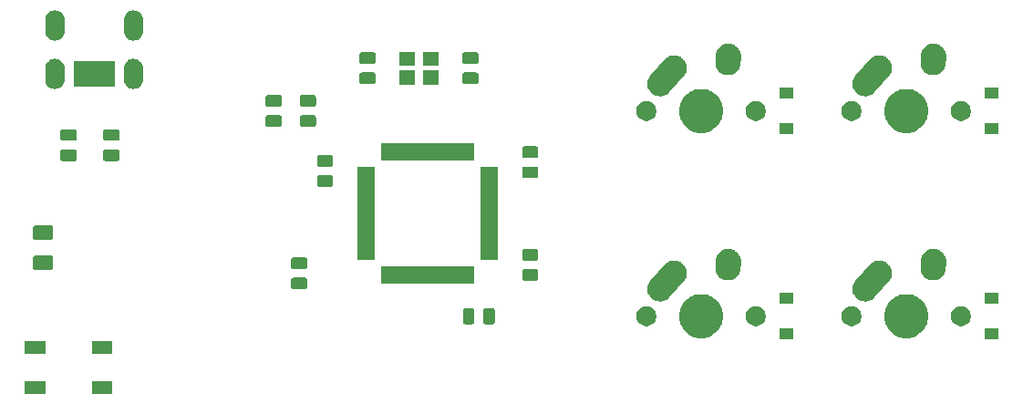
<source format=gbr>
G04 #@! TF.GenerationSoftware,KiCad,Pcbnew,(5.1.4-0-10_14)*
G04 #@! TF.CreationDate,2020-08-22T16:13:25+02:00*
G04 #@! TF.ProjectId,keyboard-pcb-tutorial,6b657962-6f61-4726-942d-7063622d7475,rev?*
G04 #@! TF.SameCoordinates,Original*
G04 #@! TF.FileFunction,Soldermask,Bot*
G04 #@! TF.FilePolarity,Negative*
%FSLAX46Y46*%
G04 Gerber Fmt 4.6, Leading zero omitted, Abs format (unit mm)*
G04 Created by KiCad (PCBNEW (5.1.4-0-10_14)) date 2020-08-22 16:13:25*
%MOMM*%
%LPD*%
G04 APERTURE LIST*
%ADD10C,0.100000*%
G04 APERTURE END LIST*
D10*
G36*
X145338500Y-162788500D02*
G01*
X143436500Y-162788500D01*
X143436500Y-161586500D01*
X145338500Y-161586500D01*
X145338500Y-162788500D01*
X145338500Y-162788500D01*
G37*
G36*
X139138500Y-162788500D02*
G01*
X137236500Y-162788500D01*
X137236500Y-161586500D01*
X139138500Y-161586500D01*
X139138500Y-162788500D01*
X139138500Y-162788500D01*
G37*
G36*
X145338500Y-159088500D02*
G01*
X143436500Y-159088500D01*
X143436500Y-157886500D01*
X145338500Y-157886500D01*
X145338500Y-159088500D01*
X145338500Y-159088500D01*
G37*
G36*
X139138500Y-159088500D02*
G01*
X137236500Y-159088500D01*
X137236500Y-157886500D01*
X139138500Y-157886500D01*
X139138500Y-159088500D01*
X139138500Y-159088500D01*
G37*
G36*
X227663500Y-157726000D02*
G01*
X226361500Y-157726000D01*
X226361500Y-156724000D01*
X227663500Y-156724000D01*
X227663500Y-157726000D01*
X227663500Y-157726000D01*
G37*
G36*
X208613500Y-157726000D02*
G01*
X207311500Y-157726000D01*
X207311500Y-156724000D01*
X208613500Y-156724000D01*
X208613500Y-157726000D01*
X208613500Y-157726000D01*
G37*
G36*
X219671474Y-153608684D02*
G01*
X219889474Y-153698983D01*
X220043623Y-153762833D01*
X220378548Y-153986623D01*
X220663377Y-154271452D01*
X220887167Y-154606377D01*
X220919562Y-154684586D01*
X221041316Y-154978526D01*
X221119900Y-155373594D01*
X221119900Y-155776406D01*
X221041316Y-156171474D01*
X220990451Y-156294272D01*
X220887167Y-156543623D01*
X220663377Y-156878548D01*
X220378548Y-157163377D01*
X220043623Y-157387167D01*
X219889474Y-157451017D01*
X219671474Y-157541316D01*
X219276406Y-157619900D01*
X218873594Y-157619900D01*
X218478526Y-157541316D01*
X218260526Y-157451017D01*
X218106377Y-157387167D01*
X217771452Y-157163377D01*
X217486623Y-156878548D01*
X217262833Y-156543623D01*
X217159549Y-156294272D01*
X217108684Y-156171474D01*
X217030100Y-155776406D01*
X217030100Y-155373594D01*
X217108684Y-154978526D01*
X217230438Y-154684586D01*
X217262833Y-154606377D01*
X217486623Y-154271452D01*
X217771452Y-153986623D01*
X218106377Y-153762833D01*
X218260526Y-153698983D01*
X218478526Y-153608684D01*
X218873594Y-153530100D01*
X219276406Y-153530100D01*
X219671474Y-153608684D01*
X219671474Y-153608684D01*
G37*
G36*
X200621474Y-153608684D02*
G01*
X200839474Y-153698983D01*
X200993623Y-153762833D01*
X201328548Y-153986623D01*
X201613377Y-154271452D01*
X201837167Y-154606377D01*
X201869562Y-154684586D01*
X201991316Y-154978526D01*
X202069900Y-155373594D01*
X202069900Y-155776406D01*
X201991316Y-156171474D01*
X201940451Y-156294272D01*
X201837167Y-156543623D01*
X201613377Y-156878548D01*
X201328548Y-157163377D01*
X200993623Y-157387167D01*
X200839474Y-157451017D01*
X200621474Y-157541316D01*
X200226406Y-157619900D01*
X199823594Y-157619900D01*
X199428526Y-157541316D01*
X199210526Y-157451017D01*
X199056377Y-157387167D01*
X198721452Y-157163377D01*
X198436623Y-156878548D01*
X198212833Y-156543623D01*
X198109549Y-156294272D01*
X198058684Y-156171474D01*
X197980100Y-155776406D01*
X197980100Y-155373594D01*
X198058684Y-154978526D01*
X198180438Y-154684586D01*
X198212833Y-154606377D01*
X198436623Y-154271452D01*
X198721452Y-153986623D01*
X199056377Y-153762833D01*
X199210526Y-153698983D01*
X199428526Y-153608684D01*
X199823594Y-153530100D01*
X200226406Y-153530100D01*
X200621474Y-153608684D01*
X200621474Y-153608684D01*
G37*
G36*
X214265104Y-154684585D02*
G01*
X214433626Y-154754389D01*
X214585291Y-154855728D01*
X214714272Y-154984709D01*
X214815611Y-155136374D01*
X214885415Y-155304896D01*
X214921000Y-155483797D01*
X214921000Y-155666203D01*
X214885415Y-155845104D01*
X214815611Y-156013626D01*
X214714272Y-156165291D01*
X214585291Y-156294272D01*
X214433626Y-156395611D01*
X214265104Y-156465415D01*
X214086203Y-156501000D01*
X213903797Y-156501000D01*
X213724896Y-156465415D01*
X213556374Y-156395611D01*
X213404709Y-156294272D01*
X213275728Y-156165291D01*
X213174389Y-156013626D01*
X213104585Y-155845104D01*
X213069000Y-155666203D01*
X213069000Y-155483797D01*
X213104585Y-155304896D01*
X213174389Y-155136374D01*
X213275728Y-154984709D01*
X213404709Y-154855728D01*
X213556374Y-154754389D01*
X213724896Y-154684585D01*
X213903797Y-154649000D01*
X214086203Y-154649000D01*
X214265104Y-154684585D01*
X214265104Y-154684585D01*
G37*
G36*
X224425104Y-154684585D02*
G01*
X224593626Y-154754389D01*
X224745291Y-154855728D01*
X224874272Y-154984709D01*
X224975611Y-155136374D01*
X225045415Y-155304896D01*
X225081000Y-155483797D01*
X225081000Y-155666203D01*
X225045415Y-155845104D01*
X224975611Y-156013626D01*
X224874272Y-156165291D01*
X224745291Y-156294272D01*
X224593626Y-156395611D01*
X224425104Y-156465415D01*
X224246203Y-156501000D01*
X224063797Y-156501000D01*
X223884896Y-156465415D01*
X223716374Y-156395611D01*
X223564709Y-156294272D01*
X223435728Y-156165291D01*
X223334389Y-156013626D01*
X223264585Y-155845104D01*
X223229000Y-155666203D01*
X223229000Y-155483797D01*
X223264585Y-155304896D01*
X223334389Y-155136374D01*
X223435728Y-154984709D01*
X223564709Y-154855728D01*
X223716374Y-154754389D01*
X223884896Y-154684585D01*
X224063797Y-154649000D01*
X224246203Y-154649000D01*
X224425104Y-154684585D01*
X224425104Y-154684585D01*
G37*
G36*
X205375104Y-154684585D02*
G01*
X205543626Y-154754389D01*
X205695291Y-154855728D01*
X205824272Y-154984709D01*
X205925611Y-155136374D01*
X205995415Y-155304896D01*
X206031000Y-155483797D01*
X206031000Y-155666203D01*
X205995415Y-155845104D01*
X205925611Y-156013626D01*
X205824272Y-156165291D01*
X205695291Y-156294272D01*
X205543626Y-156395611D01*
X205375104Y-156465415D01*
X205196203Y-156501000D01*
X205013797Y-156501000D01*
X204834896Y-156465415D01*
X204666374Y-156395611D01*
X204514709Y-156294272D01*
X204385728Y-156165291D01*
X204284389Y-156013626D01*
X204214585Y-155845104D01*
X204179000Y-155666203D01*
X204179000Y-155483797D01*
X204214585Y-155304896D01*
X204284389Y-155136374D01*
X204385728Y-154984709D01*
X204514709Y-154855728D01*
X204666374Y-154754389D01*
X204834896Y-154684585D01*
X205013797Y-154649000D01*
X205196203Y-154649000D01*
X205375104Y-154684585D01*
X205375104Y-154684585D01*
G37*
G36*
X195215104Y-154684585D02*
G01*
X195383626Y-154754389D01*
X195535291Y-154855728D01*
X195664272Y-154984709D01*
X195765611Y-155136374D01*
X195835415Y-155304896D01*
X195871000Y-155483797D01*
X195871000Y-155666203D01*
X195835415Y-155845104D01*
X195765611Y-156013626D01*
X195664272Y-156165291D01*
X195535291Y-156294272D01*
X195383626Y-156395611D01*
X195215104Y-156465415D01*
X195036203Y-156501000D01*
X194853797Y-156501000D01*
X194674896Y-156465415D01*
X194506374Y-156395611D01*
X194354709Y-156294272D01*
X194225728Y-156165291D01*
X194124389Y-156013626D01*
X194054585Y-155845104D01*
X194019000Y-155666203D01*
X194019000Y-155483797D01*
X194054585Y-155304896D01*
X194124389Y-155136374D01*
X194225728Y-154984709D01*
X194354709Y-154855728D01*
X194506374Y-154754389D01*
X194674896Y-154684585D01*
X194853797Y-154649000D01*
X195036203Y-154649000D01*
X195215104Y-154684585D01*
X195215104Y-154684585D01*
G37*
G36*
X178821968Y-154828565D02*
G01*
X178860638Y-154840296D01*
X178896277Y-154859346D01*
X178927517Y-154884983D01*
X178953154Y-154916223D01*
X178972204Y-154951862D01*
X178983935Y-154990532D01*
X178988500Y-155036888D01*
X178988500Y-156113112D01*
X178983935Y-156159468D01*
X178972204Y-156198138D01*
X178953154Y-156233777D01*
X178927517Y-156265017D01*
X178896277Y-156290654D01*
X178860638Y-156309704D01*
X178821968Y-156321435D01*
X178775612Y-156326000D01*
X178124388Y-156326000D01*
X178078032Y-156321435D01*
X178039362Y-156309704D01*
X178003723Y-156290654D01*
X177972483Y-156265017D01*
X177946846Y-156233777D01*
X177927796Y-156198138D01*
X177916065Y-156159468D01*
X177911500Y-156113112D01*
X177911500Y-155036888D01*
X177916065Y-154990532D01*
X177927796Y-154951862D01*
X177946846Y-154916223D01*
X177972483Y-154884983D01*
X178003723Y-154859346D01*
X178039362Y-154840296D01*
X178078032Y-154828565D01*
X178124388Y-154824000D01*
X178775612Y-154824000D01*
X178821968Y-154828565D01*
X178821968Y-154828565D01*
G37*
G36*
X180696968Y-154828565D02*
G01*
X180735638Y-154840296D01*
X180771277Y-154859346D01*
X180802517Y-154884983D01*
X180828154Y-154916223D01*
X180847204Y-154951862D01*
X180858935Y-154990532D01*
X180863500Y-155036888D01*
X180863500Y-156113112D01*
X180858935Y-156159468D01*
X180847204Y-156198138D01*
X180828154Y-156233777D01*
X180802517Y-156265017D01*
X180771277Y-156290654D01*
X180735638Y-156309704D01*
X180696968Y-156321435D01*
X180650612Y-156326000D01*
X179999388Y-156326000D01*
X179953032Y-156321435D01*
X179914362Y-156309704D01*
X179878723Y-156290654D01*
X179847483Y-156265017D01*
X179821846Y-156233777D01*
X179802796Y-156198138D01*
X179791065Y-156159468D01*
X179786500Y-156113112D01*
X179786500Y-155036888D01*
X179791065Y-154990532D01*
X179802796Y-154951862D01*
X179821846Y-154916223D01*
X179847483Y-154884983D01*
X179878723Y-154859346D01*
X179914362Y-154840296D01*
X179953032Y-154828565D01*
X179999388Y-154824000D01*
X180650612Y-154824000D01*
X180696968Y-154828565D01*
X180696968Y-154828565D01*
G37*
G36*
X227663500Y-154426000D02*
G01*
X226361500Y-154426000D01*
X226361500Y-153424000D01*
X227663500Y-153424000D01*
X227663500Y-154426000D01*
X227663500Y-154426000D01*
G37*
G36*
X208613500Y-154426000D02*
G01*
X207311500Y-154426000D01*
X207311500Y-153424000D01*
X208613500Y-153424000D01*
X208613500Y-154426000D01*
X208613500Y-154426000D01*
G37*
G36*
X216598205Y-150398881D02*
G01*
X216603645Y-150399000D01*
X216690828Y-150399000D01*
X216707097Y-150402236D01*
X216725956Y-150404515D01*
X216742532Y-150405246D01*
X216827223Y-150426010D01*
X216832518Y-150427184D01*
X216918027Y-150444193D01*
X216933362Y-150450545D01*
X216951401Y-150456455D01*
X216967521Y-150460407D01*
X217046504Y-150497280D01*
X217051494Y-150499477D01*
X217132045Y-150532842D01*
X217145841Y-150542060D01*
X217162393Y-150551382D01*
X217177426Y-150558400D01*
X217247694Y-150609971D01*
X217252192Y-150613122D01*
X217324656Y-150661541D01*
X217336383Y-150673268D01*
X217350809Y-150685648D01*
X217364179Y-150695461D01*
X217364180Y-150695462D01*
X217423021Y-150759733D01*
X217426829Y-150763714D01*
X217488459Y-150825344D01*
X217497674Y-150839135D01*
X217509396Y-150854078D01*
X217520605Y-150866321D01*
X217565799Y-150940874D01*
X217568746Y-150945501D01*
X217617158Y-151017955D01*
X217623505Y-151033277D01*
X217632092Y-151050231D01*
X217640691Y-151064417D01*
X217670478Y-151146368D01*
X217672452Y-151151448D01*
X217705807Y-151231973D01*
X217705807Y-151231974D01*
X217709041Y-151248233D01*
X217714158Y-151266542D01*
X217719825Y-151282134D01*
X217733055Y-151368345D01*
X217734001Y-151373713D01*
X217751000Y-151459173D01*
X217751000Y-151475752D01*
X217752444Y-151494692D01*
X217754963Y-151511104D01*
X217751120Y-151598249D01*
X217751000Y-151603689D01*
X217751000Y-151690825D01*
X217747766Y-151707083D01*
X217745488Y-151725941D01*
X217744756Y-151742531D01*
X217723988Y-151827237D01*
X217722812Y-151832537D01*
X217705807Y-151918027D01*
X217699457Y-151933357D01*
X217693549Y-151951393D01*
X217689595Y-151967520D01*
X217652711Y-152046526D01*
X217650511Y-152051523D01*
X217617158Y-152132045D01*
X217607944Y-152145835D01*
X217598622Y-152162387D01*
X217591602Y-152177424D01*
X217540011Y-152247720D01*
X217536866Y-152252210D01*
X217488461Y-152324654D01*
X217431460Y-152381655D01*
X217426811Y-152386563D01*
X216857315Y-153021267D01*
X216101723Y-153863376D01*
X215973679Y-153980602D01*
X215874630Y-154040646D01*
X215775583Y-154100689D01*
X215557866Y-154179823D01*
X215328895Y-154214961D01*
X215097470Y-154204754D01*
X214872481Y-154149593D01*
X214767727Y-154100689D01*
X214662579Y-154051602D01*
X214565838Y-153980602D01*
X214475823Y-153914539D01*
X214401394Y-153833241D01*
X214319398Y-153743679D01*
X214237564Y-153608685D01*
X214199311Y-153545583D01*
X214120177Y-153327866D01*
X214085039Y-153098895D01*
X214095246Y-152867470D01*
X214150407Y-152642481D01*
X214201972Y-152532028D01*
X214248398Y-152432580D01*
X214248400Y-152432577D01*
X214351114Y-152292622D01*
X215130147Y-151424388D01*
X215637787Y-150858621D01*
X215648681Y-150844589D01*
X215661539Y-150825346D01*
X215718573Y-150768312D01*
X215723223Y-150763403D01*
X215738278Y-150746624D01*
X215759701Y-150727011D01*
X215763682Y-150723203D01*
X215825346Y-150661539D01*
X215839143Y-150652320D01*
X215854102Y-150640585D01*
X215866321Y-150629398D01*
X215898385Y-150609961D01*
X215940830Y-150584231D01*
X215945421Y-150581308D01*
X216017955Y-150532842D01*
X216033300Y-150526486D01*
X216050248Y-150517901D01*
X216064416Y-150509312D01*
X216064417Y-150509312D01*
X216064418Y-150509311D01*
X216146312Y-150479545D01*
X216151410Y-150477563D01*
X216231973Y-150444193D01*
X216248252Y-150440955D01*
X216266542Y-150435844D01*
X216282135Y-150430177D01*
X216368300Y-150416954D01*
X216373663Y-150416009D01*
X216459173Y-150399000D01*
X216475766Y-150399000D01*
X216494709Y-150397555D01*
X216511106Y-150395039D01*
X216598205Y-150398881D01*
X216598205Y-150398881D01*
G37*
G36*
X197548205Y-150398881D02*
G01*
X197553645Y-150399000D01*
X197640828Y-150399000D01*
X197657097Y-150402236D01*
X197675956Y-150404515D01*
X197692532Y-150405246D01*
X197777223Y-150426010D01*
X197782518Y-150427184D01*
X197868027Y-150444193D01*
X197883362Y-150450545D01*
X197901401Y-150456455D01*
X197917521Y-150460407D01*
X197996504Y-150497280D01*
X198001494Y-150499477D01*
X198082045Y-150532842D01*
X198095841Y-150542060D01*
X198112393Y-150551382D01*
X198127426Y-150558400D01*
X198197694Y-150609971D01*
X198202192Y-150613122D01*
X198274656Y-150661541D01*
X198286383Y-150673268D01*
X198300809Y-150685648D01*
X198314179Y-150695461D01*
X198314180Y-150695462D01*
X198373021Y-150759733D01*
X198376829Y-150763714D01*
X198438459Y-150825344D01*
X198447674Y-150839135D01*
X198459396Y-150854078D01*
X198470605Y-150866321D01*
X198515799Y-150940874D01*
X198518746Y-150945501D01*
X198567158Y-151017955D01*
X198573505Y-151033277D01*
X198582092Y-151050231D01*
X198590691Y-151064417D01*
X198620478Y-151146368D01*
X198622452Y-151151448D01*
X198655807Y-151231973D01*
X198655807Y-151231974D01*
X198659041Y-151248233D01*
X198664158Y-151266542D01*
X198669825Y-151282134D01*
X198683055Y-151368345D01*
X198684001Y-151373713D01*
X198701000Y-151459173D01*
X198701000Y-151475752D01*
X198702444Y-151494692D01*
X198704963Y-151511104D01*
X198701120Y-151598249D01*
X198701000Y-151603689D01*
X198701000Y-151690825D01*
X198697766Y-151707083D01*
X198695488Y-151725941D01*
X198694756Y-151742531D01*
X198673988Y-151827237D01*
X198672812Y-151832537D01*
X198655807Y-151918027D01*
X198649457Y-151933357D01*
X198643549Y-151951393D01*
X198639595Y-151967520D01*
X198602711Y-152046526D01*
X198600511Y-152051523D01*
X198567158Y-152132045D01*
X198557944Y-152145835D01*
X198548622Y-152162387D01*
X198541602Y-152177424D01*
X198490011Y-152247720D01*
X198486866Y-152252210D01*
X198438461Y-152324654D01*
X198381460Y-152381655D01*
X198376811Y-152386563D01*
X197807315Y-153021267D01*
X197051723Y-153863376D01*
X196923679Y-153980602D01*
X196824630Y-154040646D01*
X196725583Y-154100689D01*
X196507866Y-154179823D01*
X196278895Y-154214961D01*
X196047470Y-154204754D01*
X195822481Y-154149593D01*
X195717727Y-154100689D01*
X195612579Y-154051602D01*
X195515838Y-153980602D01*
X195425823Y-153914539D01*
X195351394Y-153833241D01*
X195269398Y-153743679D01*
X195187564Y-153608685D01*
X195149311Y-153545583D01*
X195070177Y-153327866D01*
X195035039Y-153098895D01*
X195045246Y-152867470D01*
X195100407Y-152642481D01*
X195151972Y-152532028D01*
X195198398Y-152432580D01*
X195198400Y-152432577D01*
X195301114Y-152292622D01*
X196080147Y-151424388D01*
X196587787Y-150858621D01*
X196598681Y-150844589D01*
X196611539Y-150825346D01*
X196668573Y-150768312D01*
X196673223Y-150763403D01*
X196688278Y-150746624D01*
X196709701Y-150727011D01*
X196713682Y-150723203D01*
X196775346Y-150661539D01*
X196789143Y-150652320D01*
X196804102Y-150640585D01*
X196816321Y-150629398D01*
X196848385Y-150609961D01*
X196890830Y-150584231D01*
X196895421Y-150581308D01*
X196967955Y-150532842D01*
X196983300Y-150526486D01*
X197000248Y-150517901D01*
X197014416Y-150509312D01*
X197014417Y-150509312D01*
X197014418Y-150509311D01*
X197096312Y-150479545D01*
X197101410Y-150477563D01*
X197181973Y-150444193D01*
X197198252Y-150440955D01*
X197216542Y-150435844D01*
X197232135Y-150430177D01*
X197318300Y-150416954D01*
X197323663Y-150416009D01*
X197409173Y-150399000D01*
X197425766Y-150399000D01*
X197444709Y-150397555D01*
X197461106Y-150395039D01*
X197548205Y-150398881D01*
X197548205Y-150398881D01*
G37*
G36*
X163303218Y-152009815D02*
G01*
X163341888Y-152021546D01*
X163377527Y-152040596D01*
X163408767Y-152066233D01*
X163434404Y-152097473D01*
X163453454Y-152133112D01*
X163465185Y-152171782D01*
X163469750Y-152218138D01*
X163469750Y-152869362D01*
X163465185Y-152915718D01*
X163453454Y-152954388D01*
X163434404Y-152990027D01*
X163408767Y-153021267D01*
X163377527Y-153046904D01*
X163341888Y-153065954D01*
X163303218Y-153077685D01*
X163256862Y-153082250D01*
X162180638Y-153082250D01*
X162134282Y-153077685D01*
X162095612Y-153065954D01*
X162059973Y-153046904D01*
X162028733Y-153021267D01*
X162003096Y-152990027D01*
X161984046Y-152954388D01*
X161972315Y-152915718D01*
X161967750Y-152869362D01*
X161967750Y-152218138D01*
X161972315Y-152171782D01*
X161984046Y-152133112D01*
X162003096Y-152097473D01*
X162028733Y-152066233D01*
X162059973Y-152040596D01*
X162095612Y-152021546D01*
X162134282Y-152009815D01*
X162180638Y-152005250D01*
X163256862Y-152005250D01*
X163303218Y-152009815D01*
X163303218Y-152009815D01*
G37*
G36*
X178951000Y-152551000D02*
G01*
X170299000Y-152551000D01*
X170299000Y-150949000D01*
X178951000Y-150949000D01*
X178951000Y-152551000D01*
X178951000Y-152551000D01*
G37*
G36*
X184734468Y-151216065D02*
G01*
X184773138Y-151227796D01*
X184808777Y-151246846D01*
X184840017Y-151272483D01*
X184865654Y-151303723D01*
X184884704Y-151339362D01*
X184896435Y-151378032D01*
X184901000Y-151424388D01*
X184901000Y-152075612D01*
X184896435Y-152121968D01*
X184884704Y-152160638D01*
X184865654Y-152196277D01*
X184840017Y-152227517D01*
X184808777Y-152253154D01*
X184773138Y-152272204D01*
X184734468Y-152283935D01*
X184688112Y-152288500D01*
X183611888Y-152288500D01*
X183565532Y-152283935D01*
X183526862Y-152272204D01*
X183491223Y-152253154D01*
X183459983Y-152227517D01*
X183434346Y-152196277D01*
X183415296Y-152160638D01*
X183403565Y-152121968D01*
X183399000Y-152075612D01*
X183399000Y-151424388D01*
X183403565Y-151378032D01*
X183415296Y-151339362D01*
X183434346Y-151303723D01*
X183459983Y-151272483D01*
X183491223Y-151246846D01*
X183526862Y-151227796D01*
X183565532Y-151216065D01*
X183611888Y-151211500D01*
X184688112Y-151211500D01*
X184734468Y-151216065D01*
X184734468Y-151216065D01*
G37*
G36*
X202653127Y-149317261D02*
G01*
X202673900Y-149319000D01*
X202680827Y-149319000D01*
X202775754Y-149337882D01*
X202779348Y-149338542D01*
X202874730Y-149354624D01*
X202881203Y-149357085D01*
X202901228Y-149362841D01*
X202908027Y-149364193D01*
X202950720Y-149381877D01*
X202997443Y-149401230D01*
X203000844Y-149402581D01*
X203091255Y-149436961D01*
X203097127Y-149440640D01*
X203115636Y-149450187D01*
X203122045Y-149452842D01*
X203202563Y-149506642D01*
X203205554Y-149508578D01*
X203287557Y-149559959D01*
X203292584Y-149564700D01*
X203308896Y-149577691D01*
X203314652Y-149581537D01*
X203383110Y-149649995D01*
X203385689Y-149652499D01*
X203456090Y-149718889D01*
X203459726Y-149724000D01*
X203460095Y-149724519D01*
X203473559Y-149740444D01*
X203478459Y-149745344D01*
X203532244Y-149825839D01*
X203534291Y-149828807D01*
X203590380Y-149907645D01*
X203593214Y-149913958D01*
X203603308Y-149932193D01*
X203607158Y-149937955D01*
X203644220Y-150027430D01*
X203645624Y-150030685D01*
X203685265Y-150118973D01*
X203686815Y-150125725D01*
X203693152Y-150145562D01*
X203695807Y-150151973D01*
X203709830Y-150222473D01*
X203714692Y-150246917D01*
X203715438Y-150250401D01*
X203737098Y-150344751D01*
X203737098Y-150344754D01*
X203737300Y-150351654D01*
X203739647Y-150372370D01*
X203741000Y-150379174D01*
X203741000Y-150475986D01*
X203741053Y-150479584D01*
X203742188Y-150518277D01*
X203741295Y-150531225D01*
X203741000Y-150539797D01*
X203741000Y-150610826D01*
X203735081Y-150640585D01*
X203734604Y-150642979D01*
X203732500Y-150658750D01*
X203694238Y-151213545D01*
X203665376Y-151384730D01*
X203583038Y-151601255D01*
X203460041Y-151797557D01*
X203301111Y-151966090D01*
X203112355Y-152100380D01*
X202901027Y-152195265D01*
X202675249Y-152247098D01*
X202443698Y-152253889D01*
X202443697Y-152253889D01*
X202379843Y-152243123D01*
X202215270Y-152215376D01*
X201998745Y-152133038D01*
X201802443Y-152010041D01*
X201633910Y-151851111D01*
X201499620Y-151662355D01*
X201404735Y-151451027D01*
X201352902Y-151225249D01*
X201347812Y-151051723D01*
X201388704Y-150458794D01*
X201389000Y-150450196D01*
X201389000Y-150379175D01*
X201389203Y-150378154D01*
X201407888Y-150284219D01*
X201408544Y-150280645D01*
X201414231Y-150246917D01*
X201424624Y-150185270D01*
X201427085Y-150178799D01*
X201432842Y-150158767D01*
X201434193Y-150151974D01*
X201434702Y-150150745D01*
X201471264Y-150062476D01*
X201472553Y-150059230D01*
X201506962Y-149968745D01*
X201510636Y-149962881D01*
X201520187Y-149944365D01*
X201522842Y-149937955D01*
X201576657Y-149857415D01*
X201578577Y-149854449D01*
X201629959Y-149772443D01*
X201634711Y-149767404D01*
X201647689Y-149751107D01*
X201651537Y-149745348D01*
X201719993Y-149676892D01*
X201722546Y-149674262D01*
X201743023Y-149652548D01*
X201788889Y-149603910D01*
X201794521Y-149599903D01*
X201810447Y-149586438D01*
X201815346Y-149581539D01*
X201895824Y-149527766D01*
X201898806Y-149525710D01*
X201977645Y-149469620D01*
X201983955Y-149466787D01*
X202002194Y-149456691D01*
X202007951Y-149452844D01*
X202007954Y-149452843D01*
X202007955Y-149452842D01*
X202097429Y-149415781D01*
X202100687Y-149414375D01*
X202188973Y-149374735D01*
X202195725Y-149373185D01*
X202215562Y-149366848D01*
X202221973Y-149364193D01*
X202316899Y-149345311D01*
X202320446Y-149344551D01*
X202414751Y-149322901D01*
X202417130Y-149322831D01*
X202421665Y-149322698D01*
X202442381Y-149320351D01*
X202449174Y-149319000D01*
X202545959Y-149319000D01*
X202549584Y-149318947D01*
X202646302Y-149316110D01*
X202653127Y-149317261D01*
X202653127Y-149317261D01*
G37*
G36*
X221703127Y-149317261D02*
G01*
X221723900Y-149319000D01*
X221730827Y-149319000D01*
X221825754Y-149337882D01*
X221829348Y-149338542D01*
X221924730Y-149354624D01*
X221931203Y-149357085D01*
X221951228Y-149362841D01*
X221958027Y-149364193D01*
X222000720Y-149381877D01*
X222047443Y-149401230D01*
X222050844Y-149402581D01*
X222141255Y-149436961D01*
X222147127Y-149440640D01*
X222165636Y-149450187D01*
X222172045Y-149452842D01*
X222252563Y-149506642D01*
X222255554Y-149508578D01*
X222337557Y-149559959D01*
X222342584Y-149564700D01*
X222358896Y-149577691D01*
X222364652Y-149581537D01*
X222433110Y-149649995D01*
X222435689Y-149652499D01*
X222506090Y-149718889D01*
X222509726Y-149724000D01*
X222510095Y-149724519D01*
X222523559Y-149740444D01*
X222528459Y-149745344D01*
X222582244Y-149825839D01*
X222584291Y-149828807D01*
X222640380Y-149907645D01*
X222643214Y-149913958D01*
X222653308Y-149932193D01*
X222657158Y-149937955D01*
X222694220Y-150027430D01*
X222695624Y-150030685D01*
X222735265Y-150118973D01*
X222736815Y-150125725D01*
X222743152Y-150145562D01*
X222745807Y-150151973D01*
X222759830Y-150222473D01*
X222764692Y-150246917D01*
X222765438Y-150250401D01*
X222787098Y-150344751D01*
X222787098Y-150344754D01*
X222787300Y-150351654D01*
X222789647Y-150372370D01*
X222791000Y-150379174D01*
X222791000Y-150475986D01*
X222791053Y-150479584D01*
X222792188Y-150518277D01*
X222791295Y-150531225D01*
X222791000Y-150539797D01*
X222791000Y-150610826D01*
X222785081Y-150640585D01*
X222784604Y-150642979D01*
X222782500Y-150658750D01*
X222744238Y-151213545D01*
X222715376Y-151384730D01*
X222633038Y-151601255D01*
X222510041Y-151797557D01*
X222351111Y-151966090D01*
X222162355Y-152100380D01*
X221951027Y-152195265D01*
X221725249Y-152247098D01*
X221493698Y-152253889D01*
X221493697Y-152253889D01*
X221429843Y-152243123D01*
X221265270Y-152215376D01*
X221048745Y-152133038D01*
X220852443Y-152010041D01*
X220683910Y-151851111D01*
X220549620Y-151662355D01*
X220454735Y-151451027D01*
X220402902Y-151225249D01*
X220397812Y-151051723D01*
X220438704Y-150458794D01*
X220439000Y-150450196D01*
X220439000Y-150379175D01*
X220439203Y-150378154D01*
X220457888Y-150284219D01*
X220458544Y-150280645D01*
X220464231Y-150246917D01*
X220474624Y-150185270D01*
X220477085Y-150178799D01*
X220482842Y-150158767D01*
X220484193Y-150151974D01*
X220484702Y-150150745D01*
X220521264Y-150062476D01*
X220522553Y-150059230D01*
X220556962Y-149968745D01*
X220560636Y-149962881D01*
X220570187Y-149944365D01*
X220572842Y-149937955D01*
X220626657Y-149857415D01*
X220628577Y-149854449D01*
X220679959Y-149772443D01*
X220684711Y-149767404D01*
X220697689Y-149751107D01*
X220701537Y-149745348D01*
X220769993Y-149676892D01*
X220772546Y-149674262D01*
X220793023Y-149652548D01*
X220838889Y-149603910D01*
X220844521Y-149599903D01*
X220860447Y-149586438D01*
X220865346Y-149581539D01*
X220945824Y-149527766D01*
X220948806Y-149525710D01*
X221027645Y-149469620D01*
X221033955Y-149466787D01*
X221052194Y-149456691D01*
X221057951Y-149452844D01*
X221057954Y-149452843D01*
X221057955Y-149452842D01*
X221147429Y-149415781D01*
X221150687Y-149414375D01*
X221238973Y-149374735D01*
X221245725Y-149373185D01*
X221265562Y-149366848D01*
X221271973Y-149364193D01*
X221366899Y-149345311D01*
X221370446Y-149344551D01*
X221464751Y-149322901D01*
X221467130Y-149322831D01*
X221471665Y-149322698D01*
X221492381Y-149320351D01*
X221499174Y-149319000D01*
X221595959Y-149319000D01*
X221599584Y-149318947D01*
X221696302Y-149316110D01*
X221703127Y-149317261D01*
X221703127Y-149317261D01*
G37*
G36*
X139674854Y-149953347D02*
G01*
X139711394Y-149964432D01*
X139745071Y-149982433D01*
X139774591Y-150006659D01*
X139798817Y-150036179D01*
X139816818Y-150069856D01*
X139827903Y-150106396D01*
X139832250Y-150150538D01*
X139832250Y-151099462D01*
X139827903Y-151143604D01*
X139816818Y-151180144D01*
X139798817Y-151213821D01*
X139774591Y-151243341D01*
X139745071Y-151267567D01*
X139711394Y-151285568D01*
X139674854Y-151296653D01*
X139630712Y-151301000D01*
X138181788Y-151301000D01*
X138137646Y-151296653D01*
X138101106Y-151285568D01*
X138067429Y-151267567D01*
X138037909Y-151243341D01*
X138013683Y-151213821D01*
X137995682Y-151180144D01*
X137984597Y-151143604D01*
X137980250Y-151099462D01*
X137980250Y-150150538D01*
X137984597Y-150106396D01*
X137995682Y-150069856D01*
X138013683Y-150036179D01*
X138037909Y-150006659D01*
X138067429Y-149982433D01*
X138101106Y-149964432D01*
X138137646Y-149953347D01*
X138181788Y-149949000D01*
X139630712Y-149949000D01*
X139674854Y-149953347D01*
X139674854Y-149953347D01*
G37*
G36*
X163303218Y-150134815D02*
G01*
X163341888Y-150146546D01*
X163377527Y-150165596D01*
X163408767Y-150191233D01*
X163434404Y-150222473D01*
X163453454Y-150258112D01*
X163465185Y-150296782D01*
X163469750Y-150343138D01*
X163469750Y-150994362D01*
X163465185Y-151040718D01*
X163453454Y-151079388D01*
X163434404Y-151115027D01*
X163408767Y-151146267D01*
X163377527Y-151171904D01*
X163341888Y-151190954D01*
X163303218Y-151202685D01*
X163256862Y-151207250D01*
X162180638Y-151207250D01*
X162134282Y-151202685D01*
X162095612Y-151190954D01*
X162059973Y-151171904D01*
X162028733Y-151146267D01*
X162003096Y-151115027D01*
X161984046Y-151079388D01*
X161972315Y-151040718D01*
X161967750Y-150994362D01*
X161967750Y-150343138D01*
X161972315Y-150296782D01*
X161984046Y-150258112D01*
X162003096Y-150222473D01*
X162028733Y-150191233D01*
X162059973Y-150165596D01*
X162095612Y-150146546D01*
X162134282Y-150134815D01*
X162180638Y-150130250D01*
X163256862Y-150130250D01*
X163303218Y-150134815D01*
X163303218Y-150134815D01*
G37*
G36*
X184734468Y-149341065D02*
G01*
X184773138Y-149352796D01*
X184808777Y-149371846D01*
X184840017Y-149397483D01*
X184865654Y-149428723D01*
X184884704Y-149464362D01*
X184896435Y-149503032D01*
X184901000Y-149549388D01*
X184901000Y-150200612D01*
X184896435Y-150246968D01*
X184884704Y-150285638D01*
X184865654Y-150321277D01*
X184840017Y-150352517D01*
X184808777Y-150378154D01*
X184773138Y-150397204D01*
X184734468Y-150408935D01*
X184688112Y-150413500D01*
X183611888Y-150413500D01*
X183565532Y-150408935D01*
X183526862Y-150397204D01*
X183491223Y-150378154D01*
X183459983Y-150352517D01*
X183434346Y-150321277D01*
X183415296Y-150285638D01*
X183403565Y-150246968D01*
X183399000Y-150200612D01*
X183399000Y-149549388D01*
X183403565Y-149503032D01*
X183415296Y-149464362D01*
X183434346Y-149428723D01*
X183459983Y-149397483D01*
X183491223Y-149371846D01*
X183526862Y-149352796D01*
X183565532Y-149341065D01*
X183611888Y-149336500D01*
X184688112Y-149336500D01*
X184734468Y-149341065D01*
X184734468Y-149341065D01*
G37*
G36*
X169726000Y-150376000D02*
G01*
X168124000Y-150376000D01*
X168124000Y-141724000D01*
X169726000Y-141724000D01*
X169726000Y-150376000D01*
X169726000Y-150376000D01*
G37*
G36*
X181126000Y-150376000D02*
G01*
X179524000Y-150376000D01*
X179524000Y-141724000D01*
X181126000Y-141724000D01*
X181126000Y-150376000D01*
X181126000Y-150376000D01*
G37*
G36*
X139674854Y-147153347D02*
G01*
X139711394Y-147164432D01*
X139745071Y-147182433D01*
X139774591Y-147206659D01*
X139798817Y-147236179D01*
X139816818Y-147269856D01*
X139827903Y-147306396D01*
X139832250Y-147350538D01*
X139832250Y-148299462D01*
X139827903Y-148343604D01*
X139816818Y-148380144D01*
X139798817Y-148413821D01*
X139774591Y-148443341D01*
X139745071Y-148467567D01*
X139711394Y-148485568D01*
X139674854Y-148496653D01*
X139630712Y-148501000D01*
X138181788Y-148501000D01*
X138137646Y-148496653D01*
X138101106Y-148485568D01*
X138067429Y-148467567D01*
X138037909Y-148443341D01*
X138013683Y-148413821D01*
X137995682Y-148380144D01*
X137984597Y-148343604D01*
X137980250Y-148299462D01*
X137980250Y-147350538D01*
X137984597Y-147306396D01*
X137995682Y-147269856D01*
X138013683Y-147236179D01*
X138037909Y-147206659D01*
X138067429Y-147182433D01*
X138101106Y-147164432D01*
X138137646Y-147153347D01*
X138181788Y-147149000D01*
X139630712Y-147149000D01*
X139674854Y-147153347D01*
X139674854Y-147153347D01*
G37*
G36*
X165684468Y-142484815D02*
G01*
X165723138Y-142496546D01*
X165758777Y-142515596D01*
X165790017Y-142541233D01*
X165815654Y-142572473D01*
X165834704Y-142608112D01*
X165846435Y-142646782D01*
X165851000Y-142693138D01*
X165851000Y-143344362D01*
X165846435Y-143390718D01*
X165834704Y-143429388D01*
X165815654Y-143465027D01*
X165790017Y-143496267D01*
X165758777Y-143521904D01*
X165723138Y-143540954D01*
X165684468Y-143552685D01*
X165638112Y-143557250D01*
X164561888Y-143557250D01*
X164515532Y-143552685D01*
X164476862Y-143540954D01*
X164441223Y-143521904D01*
X164409983Y-143496267D01*
X164384346Y-143465027D01*
X164365296Y-143429388D01*
X164353565Y-143390718D01*
X164349000Y-143344362D01*
X164349000Y-142693138D01*
X164353565Y-142646782D01*
X164365296Y-142608112D01*
X164384346Y-142572473D01*
X164409983Y-142541233D01*
X164441223Y-142515596D01*
X164476862Y-142496546D01*
X164515532Y-142484815D01*
X164561888Y-142480250D01*
X165638112Y-142480250D01*
X165684468Y-142484815D01*
X165684468Y-142484815D01*
G37*
G36*
X184734468Y-141691065D02*
G01*
X184773138Y-141702796D01*
X184808777Y-141721846D01*
X184840017Y-141747483D01*
X184865654Y-141778723D01*
X184884704Y-141814362D01*
X184896435Y-141853032D01*
X184901000Y-141899388D01*
X184901000Y-142550612D01*
X184896435Y-142596968D01*
X184884704Y-142635638D01*
X184865654Y-142671277D01*
X184840017Y-142702517D01*
X184808777Y-142728154D01*
X184773138Y-142747204D01*
X184734468Y-142758935D01*
X184688112Y-142763500D01*
X183611888Y-142763500D01*
X183565532Y-142758935D01*
X183526862Y-142747204D01*
X183491223Y-142728154D01*
X183459983Y-142702517D01*
X183434346Y-142671277D01*
X183415296Y-142635638D01*
X183403565Y-142596968D01*
X183399000Y-142550612D01*
X183399000Y-141899388D01*
X183403565Y-141853032D01*
X183415296Y-141814362D01*
X183434346Y-141778723D01*
X183459983Y-141747483D01*
X183491223Y-141721846D01*
X183526862Y-141702796D01*
X183565532Y-141691065D01*
X183611888Y-141686500D01*
X184688112Y-141686500D01*
X184734468Y-141691065D01*
X184734468Y-141691065D01*
G37*
G36*
X165684468Y-140609815D02*
G01*
X165723138Y-140621546D01*
X165758777Y-140640596D01*
X165790017Y-140666233D01*
X165815654Y-140697473D01*
X165834704Y-140733112D01*
X165846435Y-140771782D01*
X165851000Y-140818138D01*
X165851000Y-141469362D01*
X165846435Y-141515718D01*
X165834704Y-141554388D01*
X165815654Y-141590027D01*
X165790017Y-141621267D01*
X165758777Y-141646904D01*
X165723138Y-141665954D01*
X165684468Y-141677685D01*
X165638112Y-141682250D01*
X164561888Y-141682250D01*
X164515532Y-141677685D01*
X164476862Y-141665954D01*
X164441223Y-141646904D01*
X164409983Y-141621267D01*
X164384346Y-141590027D01*
X164365296Y-141554388D01*
X164353565Y-141515718D01*
X164349000Y-141469362D01*
X164349000Y-140818138D01*
X164353565Y-140771782D01*
X164365296Y-140733112D01*
X164384346Y-140697473D01*
X164409983Y-140666233D01*
X164441223Y-140640596D01*
X164476862Y-140621546D01*
X164515532Y-140609815D01*
X164561888Y-140605250D01*
X165638112Y-140605250D01*
X165684468Y-140609815D01*
X165684468Y-140609815D01*
G37*
G36*
X141871968Y-140103565D02*
G01*
X141910638Y-140115296D01*
X141946277Y-140134346D01*
X141977517Y-140159983D01*
X142003154Y-140191223D01*
X142022204Y-140226862D01*
X142033935Y-140265532D01*
X142038500Y-140311888D01*
X142038500Y-140963112D01*
X142033935Y-141009468D01*
X142022204Y-141048138D01*
X142003154Y-141083777D01*
X141977517Y-141115017D01*
X141946277Y-141140654D01*
X141910638Y-141159704D01*
X141871968Y-141171435D01*
X141825612Y-141176000D01*
X140749388Y-141176000D01*
X140703032Y-141171435D01*
X140664362Y-141159704D01*
X140628723Y-141140654D01*
X140597483Y-141115017D01*
X140571846Y-141083777D01*
X140552796Y-141048138D01*
X140541065Y-141009468D01*
X140536500Y-140963112D01*
X140536500Y-140311888D01*
X140541065Y-140265532D01*
X140552796Y-140226862D01*
X140571846Y-140191223D01*
X140597483Y-140159983D01*
X140628723Y-140134346D01*
X140664362Y-140115296D01*
X140703032Y-140103565D01*
X140749388Y-140099000D01*
X141825612Y-140099000D01*
X141871968Y-140103565D01*
X141871968Y-140103565D01*
G37*
G36*
X145840718Y-140103565D02*
G01*
X145879388Y-140115296D01*
X145915027Y-140134346D01*
X145946267Y-140159983D01*
X145971904Y-140191223D01*
X145990954Y-140226862D01*
X146002685Y-140265532D01*
X146007250Y-140311888D01*
X146007250Y-140963112D01*
X146002685Y-141009468D01*
X145990954Y-141048138D01*
X145971904Y-141083777D01*
X145946267Y-141115017D01*
X145915027Y-141140654D01*
X145879388Y-141159704D01*
X145840718Y-141171435D01*
X145794362Y-141176000D01*
X144718138Y-141176000D01*
X144671782Y-141171435D01*
X144633112Y-141159704D01*
X144597473Y-141140654D01*
X144566233Y-141115017D01*
X144540596Y-141083777D01*
X144521546Y-141048138D01*
X144509815Y-141009468D01*
X144505250Y-140963112D01*
X144505250Y-140311888D01*
X144509815Y-140265532D01*
X144521546Y-140226862D01*
X144540596Y-140191223D01*
X144566233Y-140159983D01*
X144597473Y-140134346D01*
X144633112Y-140115296D01*
X144671782Y-140103565D01*
X144718138Y-140099000D01*
X145794362Y-140099000D01*
X145840718Y-140103565D01*
X145840718Y-140103565D01*
G37*
G36*
X178951000Y-141151000D02*
G01*
X170299000Y-141151000D01*
X170299000Y-139549000D01*
X178951000Y-139549000D01*
X178951000Y-141151000D01*
X178951000Y-141151000D01*
G37*
G36*
X184734468Y-139816065D02*
G01*
X184773138Y-139827796D01*
X184808777Y-139846846D01*
X184840017Y-139872483D01*
X184865654Y-139903723D01*
X184884704Y-139939362D01*
X184896435Y-139978032D01*
X184901000Y-140024388D01*
X184901000Y-140675612D01*
X184896435Y-140721968D01*
X184884704Y-140760638D01*
X184865654Y-140796277D01*
X184840017Y-140827517D01*
X184808777Y-140853154D01*
X184773138Y-140872204D01*
X184734468Y-140883935D01*
X184688112Y-140888500D01*
X183611888Y-140888500D01*
X183565532Y-140883935D01*
X183526862Y-140872204D01*
X183491223Y-140853154D01*
X183459983Y-140827517D01*
X183434346Y-140796277D01*
X183415296Y-140760638D01*
X183403565Y-140721968D01*
X183399000Y-140675612D01*
X183399000Y-140024388D01*
X183403565Y-139978032D01*
X183415296Y-139939362D01*
X183434346Y-139903723D01*
X183459983Y-139872483D01*
X183491223Y-139846846D01*
X183526862Y-139827796D01*
X183565532Y-139816065D01*
X183611888Y-139811500D01*
X184688112Y-139811500D01*
X184734468Y-139816065D01*
X184734468Y-139816065D01*
G37*
G36*
X145840718Y-138228565D02*
G01*
X145879388Y-138240296D01*
X145915027Y-138259346D01*
X145946267Y-138284983D01*
X145971904Y-138316223D01*
X145990954Y-138351862D01*
X146002685Y-138390532D01*
X146007250Y-138436888D01*
X146007250Y-139088112D01*
X146002685Y-139134468D01*
X145990954Y-139173138D01*
X145971904Y-139208777D01*
X145946267Y-139240017D01*
X145915027Y-139265654D01*
X145879388Y-139284704D01*
X145840718Y-139296435D01*
X145794362Y-139301000D01*
X144718138Y-139301000D01*
X144671782Y-139296435D01*
X144633112Y-139284704D01*
X144597473Y-139265654D01*
X144566233Y-139240017D01*
X144540596Y-139208777D01*
X144521546Y-139173138D01*
X144509815Y-139134468D01*
X144505250Y-139088112D01*
X144505250Y-138436888D01*
X144509815Y-138390532D01*
X144521546Y-138351862D01*
X144540596Y-138316223D01*
X144566233Y-138284983D01*
X144597473Y-138259346D01*
X144633112Y-138240296D01*
X144671782Y-138228565D01*
X144718138Y-138224000D01*
X145794362Y-138224000D01*
X145840718Y-138228565D01*
X145840718Y-138228565D01*
G37*
G36*
X141871968Y-138228565D02*
G01*
X141910638Y-138240296D01*
X141946277Y-138259346D01*
X141977517Y-138284983D01*
X142003154Y-138316223D01*
X142022204Y-138351862D01*
X142033935Y-138390532D01*
X142038500Y-138436888D01*
X142038500Y-139088112D01*
X142033935Y-139134468D01*
X142022204Y-139173138D01*
X142003154Y-139208777D01*
X141977517Y-139240017D01*
X141946277Y-139265654D01*
X141910638Y-139284704D01*
X141871968Y-139296435D01*
X141825612Y-139301000D01*
X140749388Y-139301000D01*
X140703032Y-139296435D01*
X140664362Y-139284704D01*
X140628723Y-139265654D01*
X140597483Y-139240017D01*
X140571846Y-139208777D01*
X140552796Y-139173138D01*
X140541065Y-139134468D01*
X140536500Y-139088112D01*
X140536500Y-138436888D01*
X140541065Y-138390532D01*
X140552796Y-138351862D01*
X140571846Y-138316223D01*
X140597483Y-138284983D01*
X140628723Y-138259346D01*
X140664362Y-138240296D01*
X140703032Y-138228565D01*
X140749388Y-138224000D01*
X141825612Y-138224000D01*
X141871968Y-138228565D01*
X141871968Y-138228565D01*
G37*
G36*
X227663500Y-138676000D02*
G01*
X226361500Y-138676000D01*
X226361500Y-137674000D01*
X227663500Y-137674000D01*
X227663500Y-138676000D01*
X227663500Y-138676000D01*
G37*
G36*
X208613500Y-138676000D02*
G01*
X207311500Y-138676000D01*
X207311500Y-137674000D01*
X208613500Y-137674000D01*
X208613500Y-138676000D01*
X208613500Y-138676000D01*
G37*
G36*
X219671474Y-134558684D02*
G01*
X219889474Y-134648983D01*
X220043623Y-134712833D01*
X220378548Y-134936623D01*
X220663377Y-135221452D01*
X220887167Y-135556377D01*
X220919562Y-135634586D01*
X221041316Y-135928526D01*
X221119900Y-136323594D01*
X221119900Y-136726406D01*
X221041316Y-137121474D01*
X220990451Y-137244272D01*
X220887167Y-137493623D01*
X220663377Y-137828548D01*
X220378548Y-138113377D01*
X220043623Y-138337167D01*
X219915560Y-138390212D01*
X219671474Y-138491316D01*
X219276406Y-138569900D01*
X218873594Y-138569900D01*
X218478526Y-138491316D01*
X218234440Y-138390212D01*
X218106377Y-138337167D01*
X217771452Y-138113377D01*
X217486623Y-137828548D01*
X217262833Y-137493623D01*
X217159549Y-137244272D01*
X217108684Y-137121474D01*
X217030100Y-136726406D01*
X217030100Y-136323594D01*
X217108684Y-135928526D01*
X217230438Y-135634586D01*
X217262833Y-135556377D01*
X217486623Y-135221452D01*
X217771452Y-134936623D01*
X218106377Y-134712833D01*
X218260526Y-134648983D01*
X218478526Y-134558684D01*
X218873594Y-134480100D01*
X219276406Y-134480100D01*
X219671474Y-134558684D01*
X219671474Y-134558684D01*
G37*
G36*
X200621474Y-134558684D02*
G01*
X200839474Y-134648983D01*
X200993623Y-134712833D01*
X201328548Y-134936623D01*
X201613377Y-135221452D01*
X201837167Y-135556377D01*
X201869562Y-135634586D01*
X201991316Y-135928526D01*
X202069900Y-136323594D01*
X202069900Y-136726406D01*
X201991316Y-137121474D01*
X201940451Y-137244272D01*
X201837167Y-137493623D01*
X201613377Y-137828548D01*
X201328548Y-138113377D01*
X200993623Y-138337167D01*
X200865560Y-138390212D01*
X200621474Y-138491316D01*
X200226406Y-138569900D01*
X199823594Y-138569900D01*
X199428526Y-138491316D01*
X199184440Y-138390212D01*
X199056377Y-138337167D01*
X198721452Y-138113377D01*
X198436623Y-137828548D01*
X198212833Y-137493623D01*
X198109549Y-137244272D01*
X198058684Y-137121474D01*
X197980100Y-136726406D01*
X197980100Y-136323594D01*
X198058684Y-135928526D01*
X198180438Y-135634586D01*
X198212833Y-135556377D01*
X198436623Y-135221452D01*
X198721452Y-134936623D01*
X199056377Y-134712833D01*
X199210526Y-134648983D01*
X199428526Y-134558684D01*
X199823594Y-134480100D01*
X200226406Y-134480100D01*
X200621474Y-134558684D01*
X200621474Y-134558684D01*
G37*
G36*
X164096968Y-136928565D02*
G01*
X164135638Y-136940296D01*
X164171277Y-136959346D01*
X164202517Y-136984983D01*
X164228154Y-137016223D01*
X164247204Y-137051862D01*
X164258935Y-137090532D01*
X164263500Y-137136888D01*
X164263500Y-137788112D01*
X164258935Y-137834468D01*
X164247204Y-137873138D01*
X164228154Y-137908777D01*
X164202517Y-137940017D01*
X164171277Y-137965654D01*
X164135638Y-137984704D01*
X164096968Y-137996435D01*
X164050612Y-138001000D01*
X162974388Y-138001000D01*
X162928032Y-137996435D01*
X162889362Y-137984704D01*
X162853723Y-137965654D01*
X162822483Y-137940017D01*
X162796846Y-137908777D01*
X162777796Y-137873138D01*
X162766065Y-137834468D01*
X162761500Y-137788112D01*
X162761500Y-137136888D01*
X162766065Y-137090532D01*
X162777796Y-137051862D01*
X162796846Y-137016223D01*
X162822483Y-136984983D01*
X162853723Y-136959346D01*
X162889362Y-136940296D01*
X162928032Y-136928565D01*
X162974388Y-136924000D01*
X164050612Y-136924000D01*
X164096968Y-136928565D01*
X164096968Y-136928565D01*
G37*
G36*
X160921968Y-136928565D02*
G01*
X160960638Y-136940296D01*
X160996277Y-136959346D01*
X161027517Y-136984983D01*
X161053154Y-137016223D01*
X161072204Y-137051862D01*
X161083935Y-137090532D01*
X161088500Y-137136888D01*
X161088500Y-137788112D01*
X161083935Y-137834468D01*
X161072204Y-137873138D01*
X161053154Y-137908777D01*
X161027517Y-137940017D01*
X160996277Y-137965654D01*
X160960638Y-137984704D01*
X160921968Y-137996435D01*
X160875612Y-138001000D01*
X159799388Y-138001000D01*
X159753032Y-137996435D01*
X159714362Y-137984704D01*
X159678723Y-137965654D01*
X159647483Y-137940017D01*
X159621846Y-137908777D01*
X159602796Y-137873138D01*
X159591065Y-137834468D01*
X159586500Y-137788112D01*
X159586500Y-137136888D01*
X159591065Y-137090532D01*
X159602796Y-137051862D01*
X159621846Y-137016223D01*
X159647483Y-136984983D01*
X159678723Y-136959346D01*
X159714362Y-136940296D01*
X159753032Y-136928565D01*
X159799388Y-136924000D01*
X160875612Y-136924000D01*
X160921968Y-136928565D01*
X160921968Y-136928565D01*
G37*
G36*
X224425104Y-135634585D02*
G01*
X224593626Y-135704389D01*
X224745291Y-135805728D01*
X224874272Y-135934709D01*
X224975611Y-136086374D01*
X225045415Y-136254896D01*
X225081000Y-136433797D01*
X225081000Y-136616203D01*
X225045415Y-136795104D01*
X224975611Y-136963626D01*
X224874272Y-137115291D01*
X224745291Y-137244272D01*
X224593626Y-137345611D01*
X224425104Y-137415415D01*
X224246203Y-137451000D01*
X224063797Y-137451000D01*
X223884896Y-137415415D01*
X223716374Y-137345611D01*
X223564709Y-137244272D01*
X223435728Y-137115291D01*
X223334389Y-136963626D01*
X223264585Y-136795104D01*
X223229000Y-136616203D01*
X223229000Y-136433797D01*
X223264585Y-136254896D01*
X223334389Y-136086374D01*
X223435728Y-135934709D01*
X223564709Y-135805728D01*
X223716374Y-135704389D01*
X223884896Y-135634585D01*
X224063797Y-135599000D01*
X224246203Y-135599000D01*
X224425104Y-135634585D01*
X224425104Y-135634585D01*
G37*
G36*
X214265104Y-135634585D02*
G01*
X214433626Y-135704389D01*
X214585291Y-135805728D01*
X214714272Y-135934709D01*
X214815611Y-136086374D01*
X214885415Y-136254896D01*
X214921000Y-136433797D01*
X214921000Y-136616203D01*
X214885415Y-136795104D01*
X214815611Y-136963626D01*
X214714272Y-137115291D01*
X214585291Y-137244272D01*
X214433626Y-137345611D01*
X214265104Y-137415415D01*
X214086203Y-137451000D01*
X213903797Y-137451000D01*
X213724896Y-137415415D01*
X213556374Y-137345611D01*
X213404709Y-137244272D01*
X213275728Y-137115291D01*
X213174389Y-136963626D01*
X213104585Y-136795104D01*
X213069000Y-136616203D01*
X213069000Y-136433797D01*
X213104585Y-136254896D01*
X213174389Y-136086374D01*
X213275728Y-135934709D01*
X213404709Y-135805728D01*
X213556374Y-135704389D01*
X213724896Y-135634585D01*
X213903797Y-135599000D01*
X214086203Y-135599000D01*
X214265104Y-135634585D01*
X214265104Y-135634585D01*
G37*
G36*
X195215104Y-135634585D02*
G01*
X195383626Y-135704389D01*
X195535291Y-135805728D01*
X195664272Y-135934709D01*
X195765611Y-136086374D01*
X195835415Y-136254896D01*
X195871000Y-136433797D01*
X195871000Y-136616203D01*
X195835415Y-136795104D01*
X195765611Y-136963626D01*
X195664272Y-137115291D01*
X195535291Y-137244272D01*
X195383626Y-137345611D01*
X195215104Y-137415415D01*
X195036203Y-137451000D01*
X194853797Y-137451000D01*
X194674896Y-137415415D01*
X194506374Y-137345611D01*
X194354709Y-137244272D01*
X194225728Y-137115291D01*
X194124389Y-136963626D01*
X194054585Y-136795104D01*
X194019000Y-136616203D01*
X194019000Y-136433797D01*
X194054585Y-136254896D01*
X194124389Y-136086374D01*
X194225728Y-135934709D01*
X194354709Y-135805728D01*
X194506374Y-135704389D01*
X194674896Y-135634585D01*
X194853797Y-135599000D01*
X195036203Y-135599000D01*
X195215104Y-135634585D01*
X195215104Y-135634585D01*
G37*
G36*
X205375104Y-135634585D02*
G01*
X205543626Y-135704389D01*
X205695291Y-135805728D01*
X205824272Y-135934709D01*
X205925611Y-136086374D01*
X205995415Y-136254896D01*
X206031000Y-136433797D01*
X206031000Y-136616203D01*
X205995415Y-136795104D01*
X205925611Y-136963626D01*
X205824272Y-137115291D01*
X205695291Y-137244272D01*
X205543626Y-137345611D01*
X205375104Y-137415415D01*
X205196203Y-137451000D01*
X205013797Y-137451000D01*
X204834896Y-137415415D01*
X204666374Y-137345611D01*
X204514709Y-137244272D01*
X204385728Y-137115291D01*
X204284389Y-136963626D01*
X204214585Y-136795104D01*
X204179000Y-136616203D01*
X204179000Y-136433797D01*
X204214585Y-136254896D01*
X204284389Y-136086374D01*
X204385728Y-135934709D01*
X204514709Y-135805728D01*
X204666374Y-135704389D01*
X204834896Y-135634585D01*
X205013797Y-135599000D01*
X205196203Y-135599000D01*
X205375104Y-135634585D01*
X205375104Y-135634585D01*
G37*
G36*
X164096968Y-135053565D02*
G01*
X164135638Y-135065296D01*
X164171277Y-135084346D01*
X164202517Y-135109983D01*
X164228154Y-135141223D01*
X164247204Y-135176862D01*
X164258935Y-135215532D01*
X164263500Y-135261888D01*
X164263500Y-135913112D01*
X164258935Y-135959468D01*
X164247204Y-135998138D01*
X164228154Y-136033777D01*
X164202517Y-136065017D01*
X164171277Y-136090654D01*
X164135638Y-136109704D01*
X164096968Y-136121435D01*
X164050612Y-136126000D01*
X162974388Y-136126000D01*
X162928032Y-136121435D01*
X162889362Y-136109704D01*
X162853723Y-136090654D01*
X162822483Y-136065017D01*
X162796846Y-136033777D01*
X162777796Y-135998138D01*
X162766065Y-135959468D01*
X162761500Y-135913112D01*
X162761500Y-135261888D01*
X162766065Y-135215532D01*
X162777796Y-135176862D01*
X162796846Y-135141223D01*
X162822483Y-135109983D01*
X162853723Y-135084346D01*
X162889362Y-135065296D01*
X162928032Y-135053565D01*
X162974388Y-135049000D01*
X164050612Y-135049000D01*
X164096968Y-135053565D01*
X164096968Y-135053565D01*
G37*
G36*
X160921968Y-135053565D02*
G01*
X160960638Y-135065296D01*
X160996277Y-135084346D01*
X161027517Y-135109983D01*
X161053154Y-135141223D01*
X161072204Y-135176862D01*
X161083935Y-135215532D01*
X161088500Y-135261888D01*
X161088500Y-135913112D01*
X161083935Y-135959468D01*
X161072204Y-135998138D01*
X161053154Y-136033777D01*
X161027517Y-136065017D01*
X160996277Y-136090654D01*
X160960638Y-136109704D01*
X160921968Y-136121435D01*
X160875612Y-136126000D01*
X159799388Y-136126000D01*
X159753032Y-136121435D01*
X159714362Y-136109704D01*
X159678723Y-136090654D01*
X159647483Y-136065017D01*
X159621846Y-136033777D01*
X159602796Y-135998138D01*
X159591065Y-135959468D01*
X159586500Y-135913112D01*
X159586500Y-135261888D01*
X159591065Y-135215532D01*
X159602796Y-135176862D01*
X159621846Y-135141223D01*
X159647483Y-135109983D01*
X159678723Y-135084346D01*
X159714362Y-135065296D01*
X159753032Y-135053565D01*
X159799388Y-135049000D01*
X160875612Y-135049000D01*
X160921968Y-135053565D01*
X160921968Y-135053565D01*
G37*
G36*
X208613500Y-135376000D02*
G01*
X207311500Y-135376000D01*
X207311500Y-134374000D01*
X208613500Y-134374000D01*
X208613500Y-135376000D01*
X208613500Y-135376000D01*
G37*
G36*
X227663500Y-135376000D02*
G01*
X226361500Y-135376000D01*
X226361500Y-134374000D01*
X227663500Y-134374000D01*
X227663500Y-135376000D01*
X227663500Y-135376000D01*
G37*
G36*
X216598205Y-131348881D02*
G01*
X216603645Y-131349000D01*
X216690828Y-131349000D01*
X216707097Y-131352236D01*
X216725956Y-131354515D01*
X216742532Y-131355246D01*
X216827223Y-131376010D01*
X216832518Y-131377184D01*
X216918027Y-131394193D01*
X216933362Y-131400545D01*
X216951401Y-131406455D01*
X216967521Y-131410407D01*
X217046504Y-131447280D01*
X217051494Y-131449477D01*
X217132045Y-131482842D01*
X217145841Y-131492060D01*
X217162393Y-131501382D01*
X217177426Y-131508400D01*
X217247694Y-131559971D01*
X217252192Y-131563122D01*
X217324656Y-131611541D01*
X217336383Y-131623268D01*
X217350809Y-131635648D01*
X217364179Y-131645461D01*
X217413687Y-131699537D01*
X217423021Y-131709733D01*
X217426829Y-131713714D01*
X217488459Y-131775344D01*
X217497674Y-131789135D01*
X217509396Y-131804078D01*
X217520605Y-131816321D01*
X217565799Y-131890874D01*
X217568746Y-131895501D01*
X217617158Y-131967955D01*
X217623505Y-131983277D01*
X217632092Y-132000231D01*
X217640691Y-132014417D01*
X217670478Y-132096368D01*
X217672452Y-132101448D01*
X217705807Y-132181973D01*
X217705807Y-132181974D01*
X217709041Y-132198233D01*
X217714158Y-132216542D01*
X217719825Y-132232134D01*
X217733055Y-132318345D01*
X217734001Y-132323713D01*
X217751000Y-132409173D01*
X217751000Y-132425752D01*
X217752444Y-132444692D01*
X217754963Y-132461104D01*
X217751120Y-132548249D01*
X217751000Y-132553689D01*
X217751000Y-132640825D01*
X217747766Y-132657083D01*
X217745488Y-132675941D01*
X217744756Y-132692531D01*
X217723988Y-132777237D01*
X217722812Y-132782537D01*
X217705807Y-132868027D01*
X217699457Y-132883357D01*
X217693549Y-132901393D01*
X217689595Y-132917520D01*
X217652711Y-132996526D01*
X217650511Y-133001523D01*
X217617158Y-133082045D01*
X217607944Y-133095835D01*
X217598622Y-133112387D01*
X217591602Y-133127424D01*
X217540011Y-133197720D01*
X217536866Y-133202210D01*
X217488461Y-133274654D01*
X217431460Y-133331655D01*
X217426811Y-133336563D01*
X216857315Y-133971267D01*
X216101723Y-134813376D01*
X215973679Y-134930602D01*
X215874630Y-134990646D01*
X215775583Y-135050689D01*
X215557866Y-135129823D01*
X215328895Y-135164961D01*
X215097470Y-135154754D01*
X214872481Y-135099593D01*
X214775192Y-135054174D01*
X214662579Y-135001602D01*
X214565838Y-134930602D01*
X214475823Y-134864539D01*
X214401394Y-134783241D01*
X214319398Y-134693679D01*
X214237564Y-134558685D01*
X214199311Y-134495583D01*
X214120177Y-134277866D01*
X214085039Y-134048895D01*
X214095246Y-133817470D01*
X214150407Y-133592481D01*
X214201972Y-133482028D01*
X214248398Y-133382580D01*
X214248400Y-133382577D01*
X214351114Y-133242622D01*
X215097409Y-132410875D01*
X215637787Y-131808621D01*
X215648681Y-131794589D01*
X215661539Y-131775346D01*
X215718573Y-131718312D01*
X215723223Y-131713403D01*
X215738278Y-131696624D01*
X215759701Y-131677011D01*
X215763682Y-131673203D01*
X215825346Y-131611539D01*
X215839143Y-131602320D01*
X215854102Y-131590585D01*
X215866321Y-131579398D01*
X215898385Y-131559961D01*
X215940830Y-131534231D01*
X215945421Y-131531308D01*
X216017955Y-131482842D01*
X216033300Y-131476486D01*
X216050248Y-131467901D01*
X216064416Y-131459312D01*
X216064417Y-131459312D01*
X216064418Y-131459311D01*
X216146312Y-131429545D01*
X216151410Y-131427563D01*
X216231973Y-131394193D01*
X216248252Y-131390955D01*
X216266542Y-131385844D01*
X216282135Y-131380177D01*
X216368300Y-131366954D01*
X216373663Y-131366009D01*
X216459173Y-131349000D01*
X216475766Y-131349000D01*
X216494709Y-131347555D01*
X216511106Y-131345039D01*
X216598205Y-131348881D01*
X216598205Y-131348881D01*
G37*
G36*
X197548205Y-131348881D02*
G01*
X197553645Y-131349000D01*
X197640828Y-131349000D01*
X197657097Y-131352236D01*
X197675956Y-131354515D01*
X197692532Y-131355246D01*
X197777223Y-131376010D01*
X197782518Y-131377184D01*
X197868027Y-131394193D01*
X197883362Y-131400545D01*
X197901401Y-131406455D01*
X197917521Y-131410407D01*
X197996504Y-131447280D01*
X198001494Y-131449477D01*
X198082045Y-131482842D01*
X198095841Y-131492060D01*
X198112393Y-131501382D01*
X198127426Y-131508400D01*
X198197694Y-131559971D01*
X198202192Y-131563122D01*
X198274656Y-131611541D01*
X198286383Y-131623268D01*
X198300809Y-131635648D01*
X198314179Y-131645461D01*
X198363687Y-131699537D01*
X198373021Y-131709733D01*
X198376829Y-131713714D01*
X198438459Y-131775344D01*
X198447674Y-131789135D01*
X198459396Y-131804078D01*
X198470605Y-131816321D01*
X198515799Y-131890874D01*
X198518746Y-131895501D01*
X198567158Y-131967955D01*
X198573505Y-131983277D01*
X198582092Y-132000231D01*
X198590691Y-132014417D01*
X198620478Y-132096368D01*
X198622452Y-132101448D01*
X198655807Y-132181973D01*
X198655807Y-132181974D01*
X198659041Y-132198233D01*
X198664158Y-132216542D01*
X198669825Y-132232134D01*
X198683055Y-132318345D01*
X198684001Y-132323713D01*
X198701000Y-132409173D01*
X198701000Y-132425752D01*
X198702444Y-132444692D01*
X198704963Y-132461104D01*
X198701120Y-132548249D01*
X198701000Y-132553689D01*
X198701000Y-132640825D01*
X198697766Y-132657083D01*
X198695488Y-132675941D01*
X198694756Y-132692531D01*
X198673988Y-132777237D01*
X198672812Y-132782537D01*
X198655807Y-132868027D01*
X198649457Y-132883357D01*
X198643549Y-132901393D01*
X198639595Y-132917520D01*
X198602711Y-132996526D01*
X198600511Y-133001523D01*
X198567158Y-133082045D01*
X198557944Y-133095835D01*
X198548622Y-133112387D01*
X198541602Y-133127424D01*
X198490011Y-133197720D01*
X198486866Y-133202210D01*
X198438461Y-133274654D01*
X198381460Y-133331655D01*
X198376811Y-133336563D01*
X197807315Y-133971267D01*
X197051723Y-134813376D01*
X196923679Y-134930602D01*
X196824630Y-134990646D01*
X196725583Y-135050689D01*
X196507866Y-135129823D01*
X196278895Y-135164961D01*
X196047470Y-135154754D01*
X195822481Y-135099593D01*
X195725192Y-135054174D01*
X195612579Y-135001602D01*
X195515838Y-134930602D01*
X195425823Y-134864539D01*
X195351394Y-134783241D01*
X195269398Y-134693679D01*
X195187564Y-134558685D01*
X195149311Y-134495583D01*
X195070177Y-134277866D01*
X195035039Y-134048895D01*
X195045246Y-133817470D01*
X195100407Y-133592481D01*
X195151972Y-133482028D01*
X195198398Y-133382580D01*
X195198400Y-133382577D01*
X195301114Y-133242622D01*
X196047409Y-132410875D01*
X196587787Y-131808621D01*
X196598681Y-131794589D01*
X196611539Y-131775346D01*
X196668573Y-131718312D01*
X196673223Y-131713403D01*
X196688278Y-131696624D01*
X196709701Y-131677011D01*
X196713682Y-131673203D01*
X196775346Y-131611539D01*
X196789143Y-131602320D01*
X196804102Y-131590585D01*
X196816321Y-131579398D01*
X196848385Y-131559961D01*
X196890830Y-131534231D01*
X196895421Y-131531308D01*
X196967955Y-131482842D01*
X196983300Y-131476486D01*
X197000248Y-131467901D01*
X197014416Y-131459312D01*
X197014417Y-131459312D01*
X197014418Y-131459311D01*
X197096312Y-131429545D01*
X197101410Y-131427563D01*
X197181973Y-131394193D01*
X197198252Y-131390955D01*
X197216542Y-131385844D01*
X197232135Y-131380177D01*
X197318300Y-131366954D01*
X197323663Y-131366009D01*
X197409173Y-131349000D01*
X197425766Y-131349000D01*
X197444709Y-131347555D01*
X197461106Y-131345039D01*
X197548205Y-131348881D01*
X197548205Y-131348881D01*
G37*
G36*
X140195377Y-131699537D02*
G01*
X140365216Y-131751057D01*
X140521741Y-131834722D01*
X140557479Y-131864052D01*
X140658936Y-131947314D01*
X140714004Y-132014416D01*
X140771528Y-132084509D01*
X140855193Y-132241034D01*
X140906713Y-132410873D01*
X140906713Y-132410875D01*
X140919750Y-132543240D01*
X140919750Y-133631760D01*
X140913232Y-133697942D01*
X140906713Y-133764127D01*
X140855193Y-133933966D01*
X140771528Y-134090491D01*
X140742198Y-134126229D01*
X140658936Y-134227686D01*
X140521739Y-134340279D01*
X140365217Y-134423942D01*
X140365215Y-134423943D01*
X140195376Y-134475463D01*
X140018750Y-134492859D01*
X139842123Y-134475463D01*
X139672284Y-134423943D01*
X139515759Y-134340278D01*
X139439716Y-134277871D01*
X139378564Y-134227686D01*
X139265971Y-134090489D01*
X139182308Y-133933967D01*
X139147543Y-133819362D01*
X139130787Y-133764126D01*
X139117750Y-133631757D01*
X139117751Y-132543242D01*
X139130788Y-132410873D01*
X139182308Y-132241034D01*
X139265973Y-132084509D01*
X139323497Y-132014416D01*
X139378565Y-131947314D01*
X139480022Y-131864052D01*
X139515760Y-131834722D01*
X139672285Y-131751057D01*
X139842124Y-131699537D01*
X140018750Y-131682141D01*
X140195377Y-131699537D01*
X140195377Y-131699537D01*
G37*
G36*
X147495377Y-131699537D02*
G01*
X147665216Y-131751057D01*
X147821741Y-131834722D01*
X147857479Y-131864052D01*
X147958936Y-131947314D01*
X148014004Y-132014416D01*
X148071528Y-132084509D01*
X148155193Y-132241034D01*
X148206713Y-132410873D01*
X148206713Y-132410875D01*
X148219750Y-132543240D01*
X148219750Y-133631760D01*
X148213232Y-133697942D01*
X148206713Y-133764127D01*
X148155193Y-133933966D01*
X148071528Y-134090491D01*
X148042198Y-134126229D01*
X147958936Y-134227686D01*
X147821739Y-134340279D01*
X147665217Y-134423942D01*
X147665215Y-134423943D01*
X147495376Y-134475463D01*
X147318750Y-134492859D01*
X147142123Y-134475463D01*
X146972284Y-134423943D01*
X146815759Y-134340278D01*
X146739716Y-134277871D01*
X146678564Y-134227686D01*
X146565971Y-134090489D01*
X146482308Y-133933967D01*
X146447543Y-133819362D01*
X146430787Y-133764126D01*
X146417750Y-133631757D01*
X146417751Y-132543242D01*
X146430788Y-132410873D01*
X146482308Y-132241034D01*
X146565973Y-132084509D01*
X146623497Y-132014416D01*
X146678565Y-131947314D01*
X146780022Y-131864052D01*
X146815760Y-131834722D01*
X146972285Y-131751057D01*
X147142124Y-131699537D01*
X147318750Y-131682141D01*
X147495377Y-131699537D01*
X147495377Y-131699537D01*
G37*
G36*
X145569750Y-134263500D02*
G01*
X141767750Y-134263500D01*
X141767750Y-131911500D01*
X145569750Y-131911500D01*
X145569750Y-134263500D01*
X145569750Y-134263500D01*
G37*
G36*
X175682250Y-134057250D02*
G01*
X174180250Y-134057250D01*
X174180250Y-132755250D01*
X175682250Y-132755250D01*
X175682250Y-134057250D01*
X175682250Y-134057250D01*
G37*
G36*
X173482250Y-134057250D02*
G01*
X171980250Y-134057250D01*
X171980250Y-132755250D01*
X173482250Y-132755250D01*
X173482250Y-134057250D01*
X173482250Y-134057250D01*
G37*
G36*
X179178218Y-132959815D02*
G01*
X179216888Y-132971546D01*
X179252527Y-132990596D01*
X179283767Y-133016233D01*
X179309404Y-133047473D01*
X179328454Y-133083112D01*
X179340185Y-133121782D01*
X179344750Y-133168138D01*
X179344750Y-133819362D01*
X179340185Y-133865718D01*
X179328454Y-133904388D01*
X179309404Y-133940027D01*
X179283767Y-133971267D01*
X179252527Y-133996904D01*
X179216888Y-134015954D01*
X179178218Y-134027685D01*
X179131862Y-134032250D01*
X178055638Y-134032250D01*
X178009282Y-134027685D01*
X177970612Y-134015954D01*
X177934973Y-133996904D01*
X177903733Y-133971267D01*
X177878096Y-133940027D01*
X177859046Y-133904388D01*
X177847315Y-133865718D01*
X177842750Y-133819362D01*
X177842750Y-133168138D01*
X177847315Y-133121782D01*
X177859046Y-133083112D01*
X177878096Y-133047473D01*
X177903733Y-133016233D01*
X177934973Y-132990596D01*
X177970612Y-132971546D01*
X178009282Y-132959815D01*
X178055638Y-132955250D01*
X179131862Y-132955250D01*
X179178218Y-132959815D01*
X179178218Y-132959815D01*
G37*
G36*
X169653218Y-132959815D02*
G01*
X169691888Y-132971546D01*
X169727527Y-132990596D01*
X169758767Y-133016233D01*
X169784404Y-133047473D01*
X169803454Y-133083112D01*
X169815185Y-133121782D01*
X169819750Y-133168138D01*
X169819750Y-133819362D01*
X169815185Y-133865718D01*
X169803454Y-133904388D01*
X169784404Y-133940027D01*
X169758767Y-133971267D01*
X169727527Y-133996904D01*
X169691888Y-134015954D01*
X169653218Y-134027685D01*
X169606862Y-134032250D01*
X168530638Y-134032250D01*
X168484282Y-134027685D01*
X168445612Y-134015954D01*
X168409973Y-133996904D01*
X168378733Y-133971267D01*
X168353096Y-133940027D01*
X168334046Y-133904388D01*
X168322315Y-133865718D01*
X168317750Y-133819362D01*
X168317750Y-133168138D01*
X168322315Y-133121782D01*
X168334046Y-133083112D01*
X168353096Y-133047473D01*
X168378733Y-133016233D01*
X168409973Y-132990596D01*
X168445612Y-132971546D01*
X168484282Y-132959815D01*
X168530638Y-132955250D01*
X169606862Y-132955250D01*
X169653218Y-132959815D01*
X169653218Y-132959815D01*
G37*
G36*
X202653127Y-130267261D02*
G01*
X202673900Y-130269000D01*
X202680827Y-130269000D01*
X202775754Y-130287882D01*
X202779348Y-130288542D01*
X202874730Y-130304624D01*
X202881203Y-130307085D01*
X202901228Y-130312841D01*
X202908027Y-130314193D01*
X202970414Y-130340034D01*
X202997443Y-130351230D01*
X203000844Y-130352581D01*
X203091255Y-130386961D01*
X203097127Y-130390640D01*
X203115636Y-130400187D01*
X203122045Y-130402842D01*
X203202563Y-130456642D01*
X203205554Y-130458578D01*
X203287557Y-130509959D01*
X203292584Y-130514700D01*
X203308896Y-130527691D01*
X203314652Y-130531537D01*
X203383110Y-130599995D01*
X203385689Y-130602499D01*
X203456090Y-130668889D01*
X203460095Y-130674519D01*
X203473559Y-130690444D01*
X203478459Y-130695344D01*
X203532244Y-130775839D01*
X203534291Y-130778807D01*
X203590380Y-130857645D01*
X203593214Y-130863958D01*
X203603308Y-130882193D01*
X203607158Y-130887955D01*
X203644220Y-130977430D01*
X203645624Y-130980685D01*
X203685265Y-131068973D01*
X203686815Y-131075725D01*
X203693152Y-131095562D01*
X203695807Y-131101973D01*
X203703616Y-131141233D01*
X203714692Y-131196917D01*
X203715438Y-131200401D01*
X203737098Y-131294751D01*
X203737098Y-131294754D01*
X203737300Y-131301654D01*
X203739647Y-131322370D01*
X203741000Y-131329174D01*
X203741000Y-131425986D01*
X203741053Y-131429584D01*
X203742188Y-131468277D01*
X203741295Y-131481225D01*
X203741000Y-131489797D01*
X203741000Y-131560826D01*
X203735081Y-131590585D01*
X203734604Y-131592979D01*
X203732500Y-131608750D01*
X203694238Y-132163545D01*
X203665376Y-132334730D01*
X203583038Y-132551255D01*
X203460041Y-132747557D01*
X203301111Y-132916090D01*
X203112355Y-133050380D01*
X202901027Y-133145265D01*
X202675249Y-133197098D01*
X202443698Y-133203889D01*
X202443697Y-133203889D01*
X202398012Y-133196186D01*
X202215270Y-133165376D01*
X201998745Y-133083038D01*
X201802443Y-132960041D01*
X201633910Y-132801111D01*
X201499620Y-132612355D01*
X201404735Y-132401027D01*
X201352902Y-132175249D01*
X201347812Y-132001723D01*
X201388704Y-131408794D01*
X201389000Y-131400196D01*
X201389000Y-131329175D01*
X201394474Y-131301654D01*
X201407888Y-131234219D01*
X201408544Y-131230645D01*
X201414231Y-131196917D01*
X201424624Y-131135270D01*
X201427085Y-131128799D01*
X201432842Y-131108767D01*
X201434193Y-131101974D01*
X201441048Y-131085424D01*
X201471264Y-131012476D01*
X201472553Y-131009230D01*
X201506962Y-130918745D01*
X201510636Y-130912881D01*
X201520187Y-130894365D01*
X201522842Y-130887955D01*
X201576657Y-130807415D01*
X201578577Y-130804449D01*
X201629959Y-130722443D01*
X201634711Y-130717404D01*
X201647689Y-130701107D01*
X201651537Y-130695348D01*
X201719993Y-130626892D01*
X201722546Y-130624262D01*
X201743023Y-130602548D01*
X201788889Y-130553910D01*
X201794521Y-130549903D01*
X201810447Y-130536438D01*
X201815346Y-130531539D01*
X201895824Y-130477766D01*
X201898806Y-130475710D01*
X201977645Y-130419620D01*
X201983955Y-130416787D01*
X202002194Y-130406691D01*
X202007951Y-130402844D01*
X202007954Y-130402843D01*
X202007955Y-130402842D01*
X202097429Y-130365781D01*
X202100687Y-130364375D01*
X202188973Y-130324735D01*
X202195725Y-130323185D01*
X202215562Y-130316848D01*
X202221973Y-130314193D01*
X202316899Y-130295311D01*
X202320446Y-130294551D01*
X202414751Y-130272901D01*
X202417130Y-130272831D01*
X202421665Y-130272698D01*
X202442381Y-130270351D01*
X202449174Y-130269000D01*
X202545959Y-130269000D01*
X202549584Y-130268947D01*
X202646302Y-130266110D01*
X202653127Y-130267261D01*
X202653127Y-130267261D01*
G37*
G36*
X221703127Y-130267261D02*
G01*
X221723900Y-130269000D01*
X221730827Y-130269000D01*
X221825754Y-130287882D01*
X221829348Y-130288542D01*
X221924730Y-130304624D01*
X221931203Y-130307085D01*
X221951228Y-130312841D01*
X221958027Y-130314193D01*
X222020414Y-130340034D01*
X222047443Y-130351230D01*
X222050844Y-130352581D01*
X222141255Y-130386961D01*
X222147127Y-130390640D01*
X222165636Y-130400187D01*
X222172045Y-130402842D01*
X222252563Y-130456642D01*
X222255554Y-130458578D01*
X222337557Y-130509959D01*
X222342584Y-130514700D01*
X222358896Y-130527691D01*
X222364652Y-130531537D01*
X222433110Y-130599995D01*
X222435689Y-130602499D01*
X222506090Y-130668889D01*
X222510095Y-130674519D01*
X222523559Y-130690444D01*
X222528459Y-130695344D01*
X222582244Y-130775839D01*
X222584291Y-130778807D01*
X222640380Y-130857645D01*
X222643214Y-130863958D01*
X222653308Y-130882193D01*
X222657158Y-130887955D01*
X222694220Y-130977430D01*
X222695624Y-130980685D01*
X222735265Y-131068973D01*
X222736815Y-131075725D01*
X222743152Y-131095562D01*
X222745807Y-131101973D01*
X222753616Y-131141233D01*
X222764692Y-131196917D01*
X222765438Y-131200401D01*
X222787098Y-131294751D01*
X222787098Y-131294754D01*
X222787300Y-131301654D01*
X222789647Y-131322370D01*
X222791000Y-131329174D01*
X222791000Y-131425986D01*
X222791053Y-131429584D01*
X222792188Y-131468277D01*
X222791295Y-131481225D01*
X222791000Y-131489797D01*
X222791000Y-131560826D01*
X222785081Y-131590585D01*
X222784604Y-131592979D01*
X222782500Y-131608750D01*
X222744238Y-132163545D01*
X222715376Y-132334730D01*
X222633038Y-132551255D01*
X222510041Y-132747557D01*
X222351111Y-132916090D01*
X222162355Y-133050380D01*
X221951027Y-133145265D01*
X221725249Y-133197098D01*
X221493698Y-133203889D01*
X221493697Y-133203889D01*
X221448012Y-133196186D01*
X221265270Y-133165376D01*
X221048745Y-133083038D01*
X220852443Y-132960041D01*
X220683910Y-132801111D01*
X220549620Y-132612355D01*
X220454735Y-132401027D01*
X220402902Y-132175249D01*
X220397812Y-132001723D01*
X220438704Y-131408794D01*
X220439000Y-131400196D01*
X220439000Y-131329175D01*
X220444474Y-131301654D01*
X220457888Y-131234219D01*
X220458544Y-131230645D01*
X220464231Y-131196917D01*
X220474624Y-131135270D01*
X220477085Y-131128799D01*
X220482842Y-131108767D01*
X220484193Y-131101974D01*
X220491048Y-131085424D01*
X220521264Y-131012476D01*
X220522553Y-131009230D01*
X220556962Y-130918745D01*
X220560636Y-130912881D01*
X220570187Y-130894365D01*
X220572842Y-130887955D01*
X220626657Y-130807415D01*
X220628577Y-130804449D01*
X220679959Y-130722443D01*
X220684711Y-130717404D01*
X220697689Y-130701107D01*
X220701537Y-130695348D01*
X220769993Y-130626892D01*
X220772546Y-130624262D01*
X220793023Y-130602548D01*
X220838889Y-130553910D01*
X220844521Y-130549903D01*
X220860447Y-130536438D01*
X220865346Y-130531539D01*
X220945824Y-130477766D01*
X220948806Y-130475710D01*
X221027645Y-130419620D01*
X221033955Y-130416787D01*
X221052194Y-130406691D01*
X221057951Y-130402844D01*
X221057954Y-130402843D01*
X221057955Y-130402842D01*
X221147429Y-130365781D01*
X221150687Y-130364375D01*
X221238973Y-130324735D01*
X221245725Y-130323185D01*
X221265562Y-130316848D01*
X221271973Y-130314193D01*
X221366899Y-130295311D01*
X221370446Y-130294551D01*
X221464751Y-130272901D01*
X221467130Y-130272831D01*
X221471665Y-130272698D01*
X221492381Y-130270351D01*
X221499174Y-130269000D01*
X221595959Y-130269000D01*
X221599584Y-130268947D01*
X221696302Y-130266110D01*
X221703127Y-130267261D01*
X221703127Y-130267261D01*
G37*
G36*
X173482250Y-132357250D02*
G01*
X171980250Y-132357250D01*
X171980250Y-131055250D01*
X173482250Y-131055250D01*
X173482250Y-132357250D01*
X173482250Y-132357250D01*
G37*
G36*
X175682250Y-132357250D02*
G01*
X174180250Y-132357250D01*
X174180250Y-131055250D01*
X175682250Y-131055250D01*
X175682250Y-132357250D01*
X175682250Y-132357250D01*
G37*
G36*
X169653218Y-131084815D02*
G01*
X169691888Y-131096546D01*
X169727527Y-131115596D01*
X169758767Y-131141233D01*
X169784404Y-131172473D01*
X169803454Y-131208112D01*
X169815185Y-131246782D01*
X169819750Y-131293138D01*
X169819750Y-131944362D01*
X169815185Y-131990718D01*
X169803454Y-132029388D01*
X169784404Y-132065027D01*
X169758767Y-132096267D01*
X169727527Y-132121904D01*
X169691888Y-132140954D01*
X169653218Y-132152685D01*
X169606862Y-132157250D01*
X168530638Y-132157250D01*
X168484282Y-132152685D01*
X168445612Y-132140954D01*
X168409973Y-132121904D01*
X168378733Y-132096267D01*
X168353096Y-132065027D01*
X168334046Y-132029388D01*
X168322315Y-131990718D01*
X168317750Y-131944362D01*
X168317750Y-131293138D01*
X168322315Y-131246782D01*
X168334046Y-131208112D01*
X168353096Y-131172473D01*
X168378733Y-131141233D01*
X168409973Y-131115596D01*
X168445612Y-131096546D01*
X168484282Y-131084815D01*
X168530638Y-131080250D01*
X169606862Y-131080250D01*
X169653218Y-131084815D01*
X169653218Y-131084815D01*
G37*
G36*
X179178218Y-131084815D02*
G01*
X179216888Y-131096546D01*
X179252527Y-131115596D01*
X179283767Y-131141233D01*
X179309404Y-131172473D01*
X179328454Y-131208112D01*
X179340185Y-131246782D01*
X179344750Y-131293138D01*
X179344750Y-131944362D01*
X179340185Y-131990718D01*
X179328454Y-132029388D01*
X179309404Y-132065027D01*
X179283767Y-132096267D01*
X179252527Y-132121904D01*
X179216888Y-132140954D01*
X179178218Y-132152685D01*
X179131862Y-132157250D01*
X178055638Y-132157250D01*
X178009282Y-132152685D01*
X177970612Y-132140954D01*
X177934973Y-132121904D01*
X177903733Y-132096267D01*
X177878096Y-132065027D01*
X177859046Y-132029388D01*
X177847315Y-131990718D01*
X177842750Y-131944362D01*
X177842750Y-131293138D01*
X177847315Y-131246782D01*
X177859046Y-131208112D01*
X177878096Y-131172473D01*
X177903733Y-131141233D01*
X177934973Y-131115596D01*
X177970612Y-131096546D01*
X178009282Y-131084815D01*
X178055638Y-131080250D01*
X179131862Y-131080250D01*
X179178218Y-131084815D01*
X179178218Y-131084815D01*
G37*
G36*
X140195377Y-127199537D02*
G01*
X140365216Y-127251057D01*
X140521741Y-127334722D01*
X140557479Y-127364052D01*
X140658936Y-127447314D01*
X140742198Y-127548771D01*
X140771528Y-127584509D01*
X140855193Y-127741034D01*
X140906713Y-127910873D01*
X140919750Y-128043242D01*
X140919750Y-129131758D01*
X140906713Y-129264127D01*
X140855193Y-129433966D01*
X140771528Y-129590491D01*
X140742198Y-129626229D01*
X140658936Y-129727686D01*
X140521739Y-129840279D01*
X140365217Y-129923942D01*
X140365215Y-129923943D01*
X140195376Y-129975463D01*
X140018750Y-129992859D01*
X139842123Y-129975463D01*
X139672284Y-129923943D01*
X139515759Y-129840278D01*
X139480021Y-129810948D01*
X139378564Y-129727686D01*
X139265971Y-129590489D01*
X139182308Y-129433967D01*
X139182307Y-129433965D01*
X139130787Y-129264126D01*
X139117750Y-129131757D01*
X139117751Y-128043242D01*
X139130788Y-127910873D01*
X139182308Y-127741034D01*
X139265973Y-127584509D01*
X139295303Y-127548771D01*
X139378565Y-127447314D01*
X139480022Y-127364052D01*
X139515760Y-127334722D01*
X139672285Y-127251057D01*
X139842124Y-127199537D01*
X140018750Y-127182141D01*
X140195377Y-127199537D01*
X140195377Y-127199537D01*
G37*
G36*
X147495377Y-127199537D02*
G01*
X147665216Y-127251057D01*
X147821741Y-127334722D01*
X147857479Y-127364052D01*
X147958936Y-127447314D01*
X148042198Y-127548771D01*
X148071528Y-127584509D01*
X148155193Y-127741034D01*
X148206713Y-127910873D01*
X148219750Y-128043242D01*
X148219750Y-129131758D01*
X148206713Y-129264127D01*
X148155193Y-129433966D01*
X148071528Y-129590491D01*
X148042198Y-129626229D01*
X147958936Y-129727686D01*
X147821739Y-129840279D01*
X147665217Y-129923942D01*
X147665215Y-129923943D01*
X147495376Y-129975463D01*
X147318750Y-129992859D01*
X147142123Y-129975463D01*
X146972284Y-129923943D01*
X146815759Y-129840278D01*
X146780021Y-129810948D01*
X146678564Y-129727686D01*
X146565971Y-129590489D01*
X146482308Y-129433967D01*
X146482307Y-129433965D01*
X146430787Y-129264126D01*
X146417750Y-129131757D01*
X146417751Y-128043242D01*
X146430788Y-127910873D01*
X146482308Y-127741034D01*
X146565973Y-127584509D01*
X146595303Y-127548771D01*
X146678565Y-127447314D01*
X146780022Y-127364052D01*
X146815760Y-127334722D01*
X146972285Y-127251057D01*
X147142124Y-127199537D01*
X147318750Y-127182141D01*
X147495377Y-127199537D01*
X147495377Y-127199537D01*
G37*
M02*

</source>
